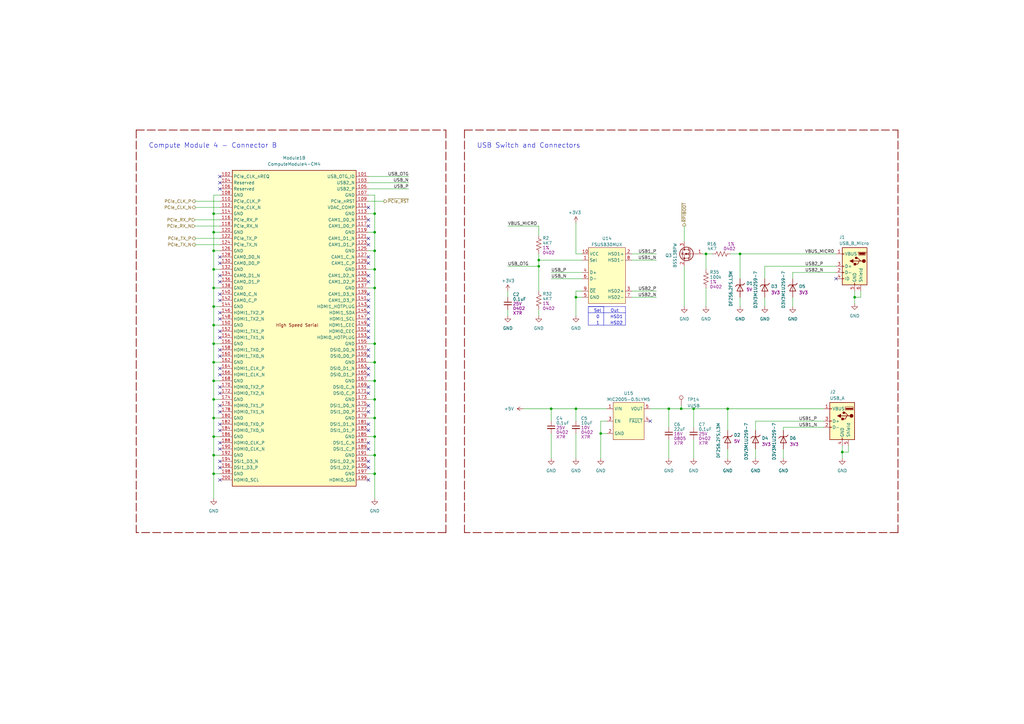
<source format=kicad_sch>
(kicad_sch (version 20211123) (generator eeschema)
  (paper "A3")
  (title_block (title "Pintry X2") (rev "${RevNum}") (company "www.cezarchirila.com") (comment 1 "2-bay NAS based on RPi CM4") (comment 9 "${DrawnBy}"))
  (lib_symbols
    (symbol "Connector:TestPoint" (pin_numbers hide) (pin_names (offset 0.762) hide)
      (property "Reference" "TP" (at 0 6.858 0))
      (property "Value" "TestPoint" (at 0 5.08 0))
      (symbol "TestPoint_1_1"
        (pin passive line (at 0 0 90) (length 2.54) (name "1") (number "1"))
      )
    )
    (symbol "Connector:USB_A" (pin_names (offset 1.016))
      (property "Reference" "J" (at -5.08 11.43 0))
      (property "Value" "USB_A" (at -5.08 8.89 0))
      (symbol "USB_A_1_1"
        (pin power_in line (at 7.62 5.08 180) (length 2.54) (name "VBUS") (number "1"))
        (pin bidirectional line (at 7.62 -2.54 180) (length 2.54) (name "D-") (number "2"))
        (pin bidirectional line (at 7.62 0 180) (length 2.54) (name "D+") (number "3"))
        (pin power_in line (at 0 -10.16 90) (length 2.54) (name "GND") (number "4"))
        (pin passive line (at -2.54 -10.16 90) (length 2.54) (name "Shield") (number "5"))
      )
    )
    (symbol "Connector:USB_B_Micro" (pin_names (offset 1.016))
      (property "Reference" "J" (at -5.08 11.43 0))
      (property "Value" "USB_B_Micro" (at -5.08 8.89 0))
      (symbol "USB_B_Micro_1_1"
        (pin power_out line (at 7.62 5.08 180) (length 2.54) (name "VBUS") (number "1"))
        (pin bidirectional line (at 7.62 -2.54 180) (length 2.54) (name "D-") (number "2"))
        (pin bidirectional line (at 7.62 0 180) (length 2.54) (name "D+") (number "3"))
        (pin passive line (at 7.62 -5.08 180) (length 2.54) (name "ID") (number "4"))
        (pin power_out line (at 0 -10.16 90) (length 2.54) (name "GND") (number "5"))
        (pin passive line (at -2.54 -10.16 90) (length 2.54) (name "Shield") (number "6"))
      )
    )
    (symbol "Device:C_Small" (pin_numbers hide) (pin_names (offset 0.254) hide)
      (property "Reference" "C" (at 0.254 1.778 0))
      (property "Value" "C_Small" (at 0.254 -2.032 0))
      (symbol "C_Small_1_1"
        (pin passive line (at 0 2.54 270) (length 2.032) (name "~") (number "1"))
        (pin passive line (at 0 -2.54 90) (length 2.032) (name "~") (number "2"))
      )
    )
    (symbol "Device:R_US" (pin_numbers hide) (pin_names (offset 0))
      (property "Reference" "R" (at 2.54 0 90))
      (property "Value" "R_US" (at -2.54 0 90))
      (symbol "R_US_1_1"
        (pin passive line (at 0 3.81 270) (length 1.27) (name "~") (number "1"))
        (pin passive line (at 0 -3.81 90) (length 1.27) (name "~") (number "2"))
      )
    )
    (symbol "PintryParts-Symbols:BSS138PW" (pin_names (offset 0) hide)
      (property "Reference" "Q?" (at 6.35 0.6351 0))
      (property "Value" "BSS138PW" (at 6.35 -1.9049 0))
      (symbol "BSS138PW_1_1"
        (pin input line (at -5.08 0 0) (length 2.54) (name "G") (number "1"))
        (pin passive line (at 2.54 -5.08 90) (length 2.54) (name "S") (number "2"))
        (pin passive line (at 2.54 5.08 270) (length 2.54) (name "D") (number "3"))
      )
    )
    (symbol "PintryParts-Symbols:ComputeModule4-CM4"
      (property "Reference" "Module" (at 113.03 -68.58 0))
      (property "Value" "ComputeModule4-CM4" (at 140.97 2.54 0))
      (property "Field4" "Hirose" (at 0 0 0))
      (property "Field5" "2x DF40C-100DS-0.4V" (at 0 -2.54 0))
      (symbol "ComputeModule4-CM4_1_0"
        (text "GPIO" (at 0 6.35 0) (effects (font (size 1.27 1.27))))
      )
      (symbol "ComputeModule4-CM4_1_1"
        (text "600mA Max" (at -8.89 -53.34 0) (effects (font (size 1.27 1.27))))
        (text "600mA Max" (at -8.89 -48.26 0) (effects (font (size 1.27 1.27))))
        (text "NB SD signals are only available" (at -1.27 -27.94 0) (effects (font (size 1.27 1.27))))
        (text "on modules without eMMC" (at -1.27 -30.48 0) (effects (font (size 1.27 1.27))))
        (pin power_in line (at 27.94 55.88 180) (length 2.54) (name "GND") (number "1"))
        (pin passive line (at -33.02 45.72 0) (length 2.54) (name "Ethernet_Pair0_N") (number "10"))
        (pin output line (at -33.02 -68.58 0) (length 2.54) (name "nEXTRST") (number "100"))
        (pin passive line (at 27.94 43.18 180) (length 2.54) (name "Ethernet_Pair2_P") (number "11"))
        (pin passive line (at -33.02 43.18 0) (length 2.54) (name "Ethernet_Pair0_P") (number "12"))
        (pin power_in line (at 27.94 40.64 180) (length 2.54) (name "GND") (number "13"))
        (pin power_in line (at -33.02 40.64 0) (length 2.54) (name "GND") (number "14"))
        (pin output line (at 27.94 38.1 180) (length 2.54) (name "Ethernet_nLED3(3.3v)") (number "15"))
        (pin input line (at -33.02 38.1 0) (length 2.54) (name "Ethernet_SYNC_IN(1.8v)") (number "16"))
        (pin output line (at 27.94 35.56 180) (length 2.54) (name "Ethernet_nLED2(3.3v)") (number "17"))
        (pin input line (at -33.02 35.56 0) (length 2.54) (name "Ethernet_SYNC_OUT(1.8v)") (number "18"))
        (pin output line (at 27.94 33.02 180) (length 2.54) (name "Ethernet_nLED1(3.3v)") (number "19"))
        (pin power_in line (at -33.02 55.88 0) (length 2.54) (name "GND") (number "2"))
        (pin passive line (at -33.02 33.02 0) (length 2.54) (name "EEPROM_nWP") (number "20"))
        (pin open_collector line (at 27.94 30.48 180) (length 2.54) (name "PI_nLED_Activity") (number "21"))
        (pin power_in line (at -33.02 30.48 0) (length 2.54) (name "GND") (number "22"))
        (pin power_in line (at 27.94 27.94 180) (length 2.54) (name "GND") (number "23"))
        (pin passive line (at -33.02 27.94 0) (length 2.54) (name "GPIO26") (number "24"))
        (pin passive line (at 27.94 25.4 180) (length 2.54) (name "GPIO21") (number "25"))
        (pin passive line (at -33.02 25.4 0) (length 2.54) (name "GPIO19") (number "26"))
        (pin passive line (at 27.94 22.86 180) (length 2.54) (name "GPIO20") (number "27"))
        (pin passive line (at -33.02 22.86 0) (length 2.54) (name "GPIO13") (number "28"))
        (pin passive line (at 27.94 20.32 180) (length 2.54) (name "GPIO16") (number "29"))
        (pin passive line (at 27.94 53.34 180) (length 2.54) (name "Ethernet_Pair3_P") (number "3"))
        (pin passive line (at -33.02 20.32 0) (length 2.54) (name "GPIO6") (number "30"))
        (pin passive line (at 27.94 17.78 180) (length 2.54) (name "GPIO12") (number "31"))
        (pin power_in line (at -33.02 17.78 0) (length 2.54) (name "GND") (number "32"))
        (pin power_in line (at 27.94 15.24 180) (length 2.54) (name "GND") (number "33"))
        (pin passive line (at -33.02 15.24 0) (length 2.54) (name "GPIO5") (number "34"))
        (pin passive line (at 27.94 12.7 180) (length 2.54) (name "ID_SC") (number "35"))
        (pin passive line (at -33.02 12.7 0) (length 2.54) (name "ID_SD") (number "36"))
        (pin passive line (at 27.94 10.16 180) (length 2.54) (name "GPIO7") (number "37"))
        (pin passive line (at -33.02 10.16 0) (length 2.54) (name "GPIO11") (number "38"))
        (pin passive line (at 27.94 7.62 180) (length 2.54) (name "GPIO8") (number "39"))
        (pin passive line (at -33.02 53.34 0) (length 2.54) (name "Ethernet_Pair1_P") (number "4"))
        (pin passive line (at -33.02 7.62 0) (length 2.54) (name "GPIO9") (number "40"))
        (pin passive line (at 27.94 5.08 180) (length 2.54) (name "GPIO25") (number "41"))
        (pin power_in line (at -33.02 5.08 0) (length 2.54) (name "GND") (number "42"))
        (pin power_in line (at 27.94 2.54 180) (length 2.54) (name "GND") (number "43"))
        (pin passive line (at -33.02 2.54 0) (length 2.54) (name "GPIO10") (number "44"))
        (pin passive line (at 27.94 0 180) (length 2.54) (name "GPIO24") (number "45"))
        (pin passive line (at -33.02 0 0) (length 2.54) (name "GPIO22") (number "46"))
        (pin passive line (at 27.94 -2.54 180) (length 2.54) (name "GPIO23") (number "47"))
        (pin passive line (at -33.02 -2.54 0) (length 2.54) (name "GPIO27") (number "48"))
        (pin passive line (at 27.94 -5.08 180) (length 2.54) (name "GPIO18") (number "49"))
        (pin passive line (at 27.94 50.8 180) (length 2.54) (name "Ethernet_Pair3_N") (number "5"))
        (pin passive line (at -33.02 -5.08 0) (length 2.54) (name "GPIO17") (number "50"))
        (pin passive line (at 27.94 -7.62 180) (length 2.54) (name "GPIO15") (number "51"))
        (pin power_in line (at -33.02 -7.62 0) (length 2.54) (name "GND") (number "52"))
        (pin power_in line (at 27.94 -10.16 180) (length 2.54) (name "GND") (number "53"))
        (pin passive line (at -33.02 -10.16 0) (length 2.54) (name "GPIO4") (number "54"))
        (pin passive line (at 27.94 -12.7 180) (length 2.54) (name "GPIO14") (number "55"))
        (pin passive line (at -33.02 -12.7 0) (length 2.54) (name "GPIO3") (number "56"))
        (pin passive line (at 27.94 -15.24 180) (length 2.54) (name "SD_CLK") (number "57"))
        (pin passive line (at -33.02 -15.24 0) (length 2.54) (name "GPIO2") (number "58"))
        (pin power_in line (at 27.94 -17.78 180) (length 2.54) (name "GND") (number "59"))
        (pin passive line (at -33.02 50.8 0) (length 2.54) (name "Ethernet_Pair1_N") (number "6"))
        (pin power_in line (at -33.02 -17.78 0) (length 2.54) (name "GND") (number "60"))
        (pin passive line (at 27.94 -20.32 180) (length 2.54) (name "SD_DAT3") (number "61"))
        (pin passive line (at -33.02 -20.32 0) (length 2.54) (name "SD_CMD") (number "62"))
        (pin passive line (at 27.94 -22.86 180) (length 2.54) (name "SD_DAT0") (number "63"))
        (pin passive line (at -33.02 -22.86 0) (length 2.54) (name "SD_DAT5") (number "64"))
        (pin power_in line (at 27.94 -25.4 180) (length 2.54) (name "GND") (number "65"))
        (pin power_in line (at -33.02 -25.4 0) (length 2.54) (name "GND") (number "66"))
        (pin passive line (at 27.94 -27.94 180) (length 2.54) (name "SD_DAT1") (number "67"))
        (pin passive line (at -33.02 -27.94 0) (length 2.54) (name "SD_DAT4") (number "68"))
        (pin passive line (at 27.94 -30.48 180) (length 2.54) (name "SD_DAT2") (number "69"))
        (pin power_in line (at 27.94 48.26 180) (length 2.54) (name "GND") (number "7"))
        (pin passive line (at -33.02 -30.48 0) (length 2.54) (name "SD_DAT7") (number "70"))
        (pin power_in line (at 27.94 -33.02 180) (length 2.54) (name "GND") (number "71"))
        (pin passive line (at -33.02 -33.02 0) (length 2.54) (name "SD_DAT6") (number "72"))
        (pin input line (at 27.94 -35.56 180) (length 2.54) (name "SD_VDD_Override") (number "73"))
        (pin power_in line (at -33.02 -35.56 0) (length 2.54) (name "GND") (number "74"))
        (pin output line (at 27.94 -38.1 180) (length 2.54) (name "SD_PWR_ON") (number "75"))
        (pin passive line (at -33.02 -38.1 0) (length 2.54) (name "Reserved") (number "76"))
        (pin power_in line (at 27.94 -40.64 180) (length 2.54) (name "+5v_(Input)") (number "77"))
        (pin power_in line (at -33.02 -40.64 0) (length 2.54) (name "GPIO_VREF(1.8v/3.3v_Input)") (number "78"))
        (pin power_in line (at 27.94 -43.18 180) (length 2.54) (name "+5v_(Input)") (number "79"))
        (pin power_in line (at -33.02 48.26 0) (length 2.54) (name "GND") (number "8"))
        (pin passive line (at -33.02 -43.18 0) (length 2.54) (name "SCL0") (number "80"))
        (pin power_in line (at 27.94 -45.72 180) (length 2.54) (name "+5v_(Input)") (number "81"))
        (pin passive line (at -33.02 -45.72 0) (length 2.54) (name "SDA0") (number "82"))
        (pin power_in line (at 27.94 -48.26 180) (length 2.54) (name "+5v_(Input)") (number "83"))
        (pin power_out line (at -33.02 -48.26 0) (length 2.54) (name "+3.3v_(Output)") (number "84"))
        (pin power_in line (at 27.94 -50.8 180) (length 2.54) (name "+5v_(Input)") (number "85"))
        (pin power_out line (at -33.02 -50.8 0) (length 2.54) (name "+3.3v_(Output)") (number "86"))
        (pin power_in line (at 27.94 -53.34 180) (length 2.54) (name "+5v_(Input)") (number "87"))
        (pin power_out line (at -33.02 -53.34 0) (length 2.54) (name "+1.8v_(Output)") (number "88"))
        (pin power_in line (at 27.94 -55.88 180) (length 2.54) (name "WiFi_nDisable") (number "89"))
        (pin passive line (at 27.94 45.72 180) (length 2.54) (name "Ethernet_Pair2_N") (number "9"))
        (pin power_out line (at -33.02 -55.88 0) (length 2.54) (name "+1.8v_(Output)") (number "90"))
        (pin power_in line (at 27.94 -58.42 180) (length 2.54) (name "BT_nDisable") (number "91"))
        (pin passive line (at -33.02 -58.42 0) (length 2.54) (name "RUN_PG") (number "92"))
        (pin input line (at 27.94 -60.96 180) (length 2.54) (name "nRPIBOOT") (number "93"))
        (pin passive line (at -33.02 -60.96 0) (length 2.54) (name "AnalogIP1") (number "94"))
        (pin output line (at 27.94 -63.5 180) (length 2.54) (name "nPI_LED_PWR") (number "95"))
        (pin passive line (at -33.02 -63.5 0) (length 2.54) (name "AnalogIP0") (number "96"))
        (pin passive line (at 27.94 -66.04 180) (length 2.54) (name "Camera_GPIO") (number "97"))
        (pin power_in line (at -33.02 -66.04 0) (length 2.54) (name "GND") (number "98"))
        (pin input line (at 27.94 -68.58 180) (length 2.54) (name "Global_EN") (number "99"))
      )
      (symbol "ComputeModule4-CM4_2_1"
        (text "High Speed Serial" (at 140.97 0 0) (effects (font (size 1.27 1.27))))
        (pin input line (at 170.18 60.96 180) (length 5.08) (name "USB_OTG_ID") (number "101"))
        (pin input line (at 109.22 60.96 0) (length 5.08) (name "PCIe_CLK_nREQ") (number "102"))
        (pin passive line (at 170.18 58.42 180) (length 5.08) (name "USB2_N") (number "103"))
        (pin passive line (at 109.22 58.42 0) (length 5.08) (name "Reserved") (number "104"))
        (pin passive line (at 170.18 55.88 180) (length 5.08) (name "USB2_P") (number "105"))
        (pin passive line (at 109.22 55.88 0) (length 5.08) (name "Reserved") (number "106"))
        (pin power_in line (at 170.18 53.34 180) (length 5.08) (name "GND") (number "107"))
        (pin power_in line (at 109.22 53.34 0) (length 5.08) (name "GND") (number "108"))
        (pin bidirectional line (at 170.18 50.8 180) (length 5.08) (name "PCIe_nRST") (number "109"))
        (pin output line (at 109.22 50.8 0) (length 5.08) (name "PCIe_CLK_P") (number "110"))
        (pin passive line (at 170.18 48.26 180) (length 5.08) (name "VDAC_COMP") (number "111"))
        (pin output line (at 109.22 48.26 0) (length 5.08) (name "PCIe_CLK_N") (number "112"))
        (pin power_in line (at 170.18 45.72 180) (length 5.08) (name "GND") (number "113"))
        (pin power_in line (at 109.22 45.72 0) (length 5.08) (name "GND") (number "114"))
        (pin input line (at 170.18 43.18 180) (length 5.08) (name "CAM1_D0_N") (number "115"))
        (pin input line (at 109.22 43.18 0) (length 5.08) (name "PCIe_RX_P") (number "116"))
        (pin input line (at 170.18 40.64 180) (length 5.08) (name "CAM1_D0_P") (number "117"))
        (pin input line (at 109.22 40.64 0) (length 5.08) (name "PCIe_RX_N") (number "118"))
        (pin power_in line (at 170.18 38.1 180) (length 5.08) (name "GND") (number "119"))
        (pin power_in line (at 109.22 38.1 0) (length 5.08) (name "GND") (number "120"))
        (pin input line (at 170.18 35.56 180) (length 5.08) (name "CAM1_D1_N") (number "121"))
        (pin output line (at 109.22 35.56 0) (length 5.08) (name "PCIe_TX_P") (number "122"))
        (pin input line (at 170.18 33.02 180) (length 5.08) (name "CAM1_D1_P") (number "123"))
        (pin output line (at 109.22 33.02 0) (length 5.08) (name "PCIe_TX_N") (number "124"))
        (pin power_in line (at 170.18 30.48 180) (length 5.08) (name "GND") (number "125"))
        (pin power_in line (at 109.22 30.48 0) (length 5.08) (name "GND") (number "126"))
        (pin input line (at 170.18 27.94 180) (length 5.08) (name "CAM1_C_N") (number "127"))
        (pin input line (at 109.22 27.94 0) (length 5.08) (name "CAM0_D0_N") (number "128"))
        (pin input line (at 170.18 25.4 180) (length 5.08) (name "CAM1_C_P") (number "129"))
        (pin input line (at 109.22 25.4 0) (length 5.08) (name "CAM0_D0_P") (number "130"))
        (pin power_in line (at 170.18 22.86 180) (length 5.08) (name "GND") (number "131"))
        (pin power_in line (at 109.22 22.86 0) (length 5.08) (name "GND") (number "132"))
        (pin input line (at 170.18 20.32 180) (length 5.08) (name "CAM1_D2_N") (number "133"))
        (pin input line (at 109.22 20.32 0) (length 5.08) (name "CAM0_D1_N") (number "134"))
        (pin input line (at 170.18 17.78 180) (length 5.08) (name "CAM1_D2_P") (number "135"))
        (pin input line (at 109.22 17.78 0) (length 5.08) (name "CAM0_D1_P") (number "136"))
        (pin power_in line (at 170.18 15.24 180) (length 5.08) (name "GND") (number "137"))
        (pin power_in line (at 109.22 15.24 0) (length 5.08) (name "GND") (number "138"))
        (pin input line (at 170.18 12.7 180) (length 5.08) (name "CAM1_D3_N") (number "139"))
        (pin input line (at 109.22 12.7 0) (length 5.08) (name "CAM0_C_N") (number "140"))
        (pin input line (at 170.18 10.16 180) (length 5.08) (name "CAM1_D3_P") (number "141"))
        (pin input line (at 109.22 10.16 0) (length 5.08) (name "CAM0_C_P") (number "142"))
        (pin input line (at 170.18 7.62 180) (length 5.08) (name "HDMI1_HOTPLUG") (number "143"))
        (pin power_in line (at 109.22 7.62 0) (length 5.08) (name "GND") (number "144"))
        (pin bidirectional line (at 170.18 5.08 180) (length 5.08) (name "HDMI1_SDA") (number "145"))
        (pin output line (at 109.22 5.08 0) (length 5.08) (name "HDMI1_TX2_P") (number "146"))
        (pin open_collector line (at 170.18 2.54 180) (length 5.08) (name "HDMI1_SCL") (number "147"))
        (pin output line (at 109.22 2.54 0) (length 5.08) (name "HDMI1_TX2_N") (number "148"))
        (pin open_collector line (at 170.18 0 180) (length 5.08) (name "HDMI1_CEC") (number "149"))
        (pin power_in line (at 109.22 0 0) (length 5.08) (name "GND") (number "150"))
        (pin open_collector line (at 170.18 -2.54 180) (length 5.08) (name "HDMI0_CEC") (number "151"))
        (pin output line (at 109.22 -2.54 0) (length 5.08) (name "HDMI1_TX1_P") (number "152"))
        (pin input line (at 170.18 -5.08 180) (length 5.08) (name "HDMI0_HOTPLUG") (number "153"))
        (pin output line (at 109.22 -5.08 0) (length 5.08) (name "HDMI1_TX1_N") (number "154"))
        (pin power_in line (at 170.18 -7.62 180) (length 5.08) (name "GND") (number "155"))
        (pin power_in line (at 109.22 -7.62 0) (length 5.08) (name "GND") (number "156"))
        (pin output line (at 170.18 -10.16 180) (length 5.08) (name "DSI0_D0_N") (number "157"))
        (pin output line (at 109.22 -10.16 0) (length 5.08) (name "HDMI1_TX0_P") (number "158"))
        (pin output line (at 170.18 -12.7 180) (length 5.08) (name "DSI0_D0_P") (number "159"))
        (pin output line (at 109.22 -12.7 0) (length 5.08) (name "HDMI1_TX0_N") (number "160"))
        (pin power_in line (at 170.18 -15.24 180) (length 5.08) (name "GND") (number "161"))
        (pin power_in line (at 109.22 -15.24 0) (length 5.08) (name "GND") (number "162"))
        (pin output line (at 170.18 -17.78 180) (length 5.08) (name "DSI0_D1_N") (number "163"))
        (pin output line (at 109.22 -17.78 0) (length 5.08) (name "HDMI1_CLK_P") (number "164"))
        (pin output line (at 170.18 -20.32 180) (length 5.08) (name "DSI0_D1_P") (number "165"))
        (pin output line (at 109.22 -20.32 0) (length 5.08) (name "HDMI1_CLK_N") (number "166"))
        (pin power_in line (at 170.18 -22.86 180) (length 5.08) (name "GND") (number "167"))
        (pin power_in line (at 109.22 -22.86 0) (length 5.08) (name "GND") (number "168"))
        (pin output line (at 170.18 -25.4 180) (length 5.08) (name "DSI0_C_N") (number "169"))
        (pin output line (at 109.22 -25.4 0) (length 5.08) (name "HDMI0_TX2_P") (number "170"))
        (pin output line (at 170.18 -27.94 180) (length 5.08) (name "DSI0_C_P") (number "171"))
        (pin output line (at 109.22 -27.94 0) (length 5.08) (name "HDMI0_TX2_N") (number "172"))
        (pin power_in line (at 170.18 -30.48 180) (length 5.08) (name "GND") (number "173"))
        (pin power_in line (at 109.22 -30.48 0) (length 5.08) (name "GND") (number "174"))
        (pin output line (at 170.18 -33.02 180) (length 5.08) (name "DSI1_D0_N") (number "175"))
        (pin output line (at 109.22 -33.02 0) (length 5.08) (name "HDMI0_TX1_P") (number "176"))
        (pin output line (at 170.18 -35.56 180) (length 5.08) (name "DSI1_D0_P") (number "177"))
        (pin output line (at 109.22 -35.56 0) (length 5.08) (name "HDMI0_TX1_N") (number "178"))
        (pin power_in line (at 170.18 -38.1 180) (length 5.08) (name "GND") (number "179"))
        (pin power_in line (at 109.22 -38.1 0) (length 5.08) (name "GND") (number "180"))
        (pin output line (at 170.18 -40.64 180) (length 5.08) (name "DSI1_D1_N") (number "181"))
        (pin output line (at 109.22 -40.64 0) (length 5.08) (name "HDMI0_TX0_P") (number "182"))
        (pin output line (at 170.18 -43.18 180) (length 5.08) (name "DSI1_D1_P") (number "183"))
        (pin output line (at 109.22 -43.18 0) (length 5.08) (name "HDMI0_TX0_N") (number "184"))
        (pin power_in line (at 170.18 -45.72 180) (length 5.08) (name "GND") (number "185"))
        (pin power_in line (at 109.22 -45.72 0) (length 5.08) (name "GND") (number "186"))
        (pin output line (at 170.18 -48.26 180) (length 5.08) (name "DSI1_C_N") (number "187"))
        (pin output line (at 109.22 -48.26 0) (length 5.08) (name "HDMI0_CLK_P") (number "188"))
        (pin output line (at 170.18 -50.8 180) (length 5.08) (name "DSI1_C_P") (number "189"))
        (pin output line (at 109.22 -50.8 0) (length 5.08) (name "HDMI0_CLK_N") (number "190"))
        (pin power_in line (at 170.18 -53.34 180) (length 5.08) (name "GND") (number "191"))
        (pin power_in line (at 109.22 -53.34 0) (length 5.08) (name "GND") (number "192"))
        (pin output line (at 170.18 -55.88 180) (length 5.08) (name "DSI1_D2_N") (number "193"))
        (pin output line (at 109.22 -55.88 0) (length 5.08) (name "DSI1_D3_N") (number "194"))
        (pin output line (at 170.18 -58.42 180) (length 5.08) (name "DSI1_D2_P") (number "195"))
        (pin output line (at 109.22 -58.42 0) (length 5.08) (name "DSI1_D3_P") (number "196"))
        (pin power_in line (at 170.18 -60.96 180) (length 5.08) (name "GND") (number "197"))
        (pin power_in line (at 109.22 -60.96 0) (length 5.08) (name "GND") (number "198"))
        (pin bidirectional line (at 170.18 -63.5 180) (length 5.08) (name "HDMI0_SDA") (number "199"))
        (pin open_collector line (at 109.22 -63.5 0) (length 5.08) (name "HDMI0_SCL") (number "200"))
      )
    )
    (symbol "PintryParts-Symbols:D3V3M1U259-7" (pin_numbers hide) (pin_names (offset 1.016) hide)
      (property "Reference" "D?" (at 3.81 0.6351 90))
      (property "Value" "D3V3M1U259-7" (at 3.81 -3.1749 90))
      (property "VRWM" "3V3" (at 3.81 -1.27 90))
      (symbol "D3V3M1U259-7_1_1"
        (pin passive line (at -3.81 0 0) (length 2.54) (name "K") (number "1"))
        (pin passive line (at 3.81 0 180) (length 2.54) (name "A") (number "2"))
      )
    )
    (symbol "PintryParts-Symbols:DF2S6.2FS,L3M" (pin_numbers hide) (pin_names (offset 1.016) hide)
      (property "Reference" "D?" (at 3.81 0.6351 90))
      (property "Value" "DF2S6.2FS,L3M" (at 3.81 -3.1749 90))
      (property "VRWM" "5V" (at 3.81 -1.27 90))
      (symbol "DF2S6.2FS,L3M_1_1"
        (pin passive line (at -3.81 0 0) (length 2.54) (name "K") (number "1"))
        (pin passive line (at 3.81 0 180) (length 2.54) (name "A") (number "2"))
      )
    )
    (symbol "PintryParts-Symbols:FSUSB30MUX"
      (property "Reference" "U" (at 10.16 6.35 0))
      (property "Value" "FSUSB30MUX" (at 10.16 3.81 0))
      (symbol "FSUSB30MUX_0_0"
        (pin input line (at 0 -2.54 0) (length 2.54) (name "Sel") (number "1"))
        (pin power_in line (at 0 0 0) (length 2.54) (name "VCC") (number "10"))
        (pin output line (at 20.32 0 180) (length 2.54) (name "HSD1+") (number "2"))
        (pin output line (at 20.32 -15.24 180) (length 2.54) (name "HSD2+") (number "3"))
        (pin input line (at 0 -7.62 0) (length 2.54) (name "D+") (number "4"))
        (pin power_in line (at 0 -17.78 0) (length 2.54) (name "GND") (number "5"))
        (pin input line (at 0 -10.16 0) (length 2.54) (name "D-") (number "6"))
        (pin output line (at 20.32 -17.78 180) (length 2.54) (name "HSD2-") (number "7"))
        (pin output line (at 20.32 -2.54 180) (length 2.54) (name "HSD1-") (number "8"))
        (pin input line (at 0 -15.24 0) (length 2.54) (name "~{OE}") (number "9"))
      )
    )
    (symbol "PintryParts-Symbols:MIC2005-0.5LYM5"
      (property "Reference" "U" (at 8.89 6.35 0))
      (property "Value" "MIC2005-0.5LYM5" (at 8.89 3.81 0))
      (symbol "MIC2005-0.5LYM5_0_0"
        (pin power_in line (at 0 0 0) (length 2.54) (name "VIN") (number "1"))
        (pin power_in line (at 0 -10.16 0) (length 2.54) (name "GND") (number "2"))
        (pin input line (at 0 -5.08 0) (length 2.54) (name "EN") (number "3"))
        (pin open_collector line (at 17.78 -5.08 180) (length 2.54) (name "~{FAULT}") (number "4"))
        (pin power_out line (at 17.78 0 180) (length 2.54) (name "VOUT") (number "5"))
      )
    )
    (symbol "power:+3.3V" (power) (pin_names (offset 0))
      (property "Value" "+3.3V" (at 0 3.556 0))
      (symbol "+3.3V_1_1"
        (pin power_in line (at 0 0 90) (length 0) hide (name "+3V3") (number "1"))
      )
    )
    (symbol "power:+5V" (power) (pin_names (offset 0))
      (property "Value" "+5V" (at 0 3.556 0))
      (symbol "+5V_1_1"
        (pin power_in line (at 0 0 90) (length 0) hide (name "+5V") (number "1"))
      )
    )
    (symbol "power:GND" (power) (pin_names (offset 0))
      (property "Value" "GND" (at 0 -3.81 0))
      (symbol "GND_1_1"
        (pin power_in line (at 0 0 270) (length 0) hide (name "GND") (number "1"))
      )
    )
  )
  (junction (at 153.67 140.97) (diameter 0.9144))
  (junction (at 153.67 156.21) (diameter 0.9144))
  (junction (at 153.67 110.49) (diameter 0.9144))
  (junction (at 153.67 163.83) (diameter 0.9144))
  (junction (at 226.06 167.64) (diameter 0.9144))
  (junction (at 87.63 95.25) (diameter 0.9144))
  (junction (at 236.22 167.64) (diameter 0.9144))
  (junction (at 220.98 106.68) (diameter 0.9144))
  (junction (at 87.63 140.97) (diameter 0.9144))
  (junction (at 87.63 171.45) (diameter 0.9144))
  (junction (at 87.63 133.35) (diameter 0.9144))
  (junction (at 153.67 194.31) (diameter 0.9144))
  (junction (at 303.53 104.14))
  (junction (at 87.63 110.49) (diameter 0.9144))
  (junction (at 153.67 148.59) (diameter 0.9144))
  (junction (at 153.67 87.63) (diameter 0.9144))
  (junction (at 298.45 167.64) (diameter 0.9144))
  (junction (at 87.63 194.31) (diameter 0.9144))
  (junction (at 87.63 148.59) (diameter 0.9144))
  (junction (at 87.63 125.73) (diameter 0.9144))
  (junction (at 153.67 95.25) (diameter 0.9144))
  (junction (at 87.63 163.83) (diameter 0.9144))
  (junction (at 289.56 104.14))
  (junction (at 246.38 177.8))
  (junction (at 279.4 167.64) (diameter 0.9144))
  (junction (at 87.63 156.21) (diameter 0.9144))
  (junction (at 274.32 167.64) (diameter 0.9144))
  (junction (at 220.98 109.22) (diameter 0.9144))
  (junction (at 284.48 167.64) (diameter 0.9144))
  (junction (at 153.67 171.45) (diameter 0.9144))
  (junction (at 87.63 118.11) (diameter 0.9144))
  (junction (at 87.63 186.69) (diameter 0.9144))
  (junction (at 87.63 102.87) (diameter 0.9144))
  (junction (at 153.67 102.87) (diameter 0.9144))
  (junction (at 153.67 186.69) (diameter 0.9144))
  (junction (at 345.44 185.42) (diameter 0.9144))
  (junction (at 87.63 87.63) (diameter 0.9144))
  (junction (at 153.67 118.11) (diameter 0.9144))
  (junction (at 236.22 121.92) (diameter 0.9144))
  (junction (at 87.63 179.07) (diameter 0.9144))
  (junction (at 350.52 121.92) (diameter 0.9144))
  (junction (at 153.67 179.07) (diameter 0.9144))
  (no_connect (at 90.17 113.03))
  (no_connect (at 151.13 120.65))
  (no_connect (at 90.17 107.95))
  (no_connect (at 90.17 151.13))
  (no_connect (at 90.17 176.53))
  (no_connect (at 151.13 92.71))
  (no_connect (at 151.13 153.67))
  (no_connect (at 90.17 77.47))
  (no_connect (at 90.17 74.93))
  (no_connect (at 90.17 181.61))
  (no_connect (at 90.17 115.57))
  (no_connect (at 151.13 128.27))
  (no_connect (at 342.9 114.3))
  (no_connect (at 151.13 168.91))
  (no_connect (at 90.17 158.75))
  (no_connect (at 151.13 100.33))
  (no_connect (at 90.17 166.37))
  (no_connect (at 151.13 97.79))
  (no_connect (at 90.17 173.99))
  (no_connect (at 151.13 123.19))
  (no_connect (at 90.17 130.81))
  (no_connect (at 151.13 181.61))
  (no_connect (at 90.17 123.19))
  (no_connect (at 90.17 138.43))
  (no_connect (at 151.13 176.53))
  (no_connect (at 151.13 161.29))
  (no_connect (at 90.17 184.15))
  (no_connect (at 151.13 151.13))
  (no_connect (at 151.13 189.23))
  (no_connect (at 90.17 191.77))
  (no_connect (at 151.13 115.57))
  (no_connect (at 90.17 72.39))
  (no_connect (at 151.13 191.77))
  (no_connect (at 90.17 105.41))
  (no_connect (at 151.13 143.51))
  (no_connect (at 151.13 105.41))
  (no_connect (at 151.13 113.03))
  (no_connect (at 151.13 184.15))
  (no_connect (at 151.13 135.89))
  (no_connect (at 151.13 158.75))
  (no_connect (at 90.17 153.67))
  (no_connect (at 90.17 143.51))
  (no_connect (at 151.13 133.35))
  (no_connect (at 90.17 135.89))
  (no_connect (at 90.17 168.91))
  (no_connect (at 151.13 85.09))
  (no_connect (at 90.17 128.27))
  (no_connect (at 151.13 90.17))
  (no_connect (at 151.13 107.95))
  (no_connect (at 151.13 138.43))
  (no_connect (at 151.13 166.37))
  (no_connect (at 90.17 161.29))
  (no_connect (at 151.13 196.85))
  (no_connect (at 151.13 146.05))
  (no_connect (at 151.13 130.81))
  (no_connect (at 151.13 173.99))
  (no_connect (at 90.17 146.05))
  (no_connect (at 90.17 120.65))
  (no_connect (at 90.17 189.23))
  (no_connect (at 90.17 196.85))
  (no_connect (at 266.7 172.72))
  (no_connect (at 151.13 125.73))
  (wire (pts (xy 153.67 171.45) (xy 153.67 179.07)))
  (wire (pts (xy 153.67 156.21) (xy 153.67 163.83)))
  (wire (pts (xy 153.67 118.11) (xy 153.67 140.97)))
  (wire (pts (xy 350.52 121.92) (xy 350.52 124.46)))
  (wire (pts (xy 87.63 140.97) (xy 87.63 148.59)))
  (wire (pts (xy 87.63 95.25) (xy 87.63 102.87)))
  (wire (pts (xy 313.69 114.3) (xy 313.69 109.22)))
  (wire (pts (xy 151.13 194.31) (xy 153.67 194.31)))
  (polyline (pts (xy 256.54 133.35) (xy 241.3 133.35)) (stroke (width 0.1524) (type solid)))
  (wire (pts (xy 309.88 176.53) (xy 309.88 172.72)))
  (wire (pts (xy 298.45 167.64) (xy 337.82 167.64)))
  (wire (pts (xy 220.98 109.22) (xy 220.98 119.38)))
  (wire (pts (xy 87.63 163.83) (xy 90.17 163.83)))
  (wire (pts (xy 226.06 177.8) (xy 226.06 187.96)))
  (wire (pts (xy 153.67 179.07) (xy 153.67 186.69)))
  (wire (pts (xy 321.31 176.53) (xy 321.31 175.26)))
  (wire (pts (xy 303.53 121.92) (xy 303.53 125.73)))
  (wire (pts (xy 153.67 163.83) (xy 153.67 171.45)))
  (wire (pts (xy 87.63 80.01) (xy 87.63 87.63)))
  (wire (pts (xy 80.01 90.17) (xy 90.17 90.17)))
  (polyline (pts (xy 368.3 218.44) (xy 190.5 218.44)) (stroke (width 0.3) (type dash) (color 132 0 0 1)))
  (wire (pts (xy 151.13 74.93) (xy 167.64 74.93)))
  (wire (pts (xy 220.98 127) (xy 220.98 129.54)))
  (wire (pts (xy 80.01 85.09) (xy 90.17 85.09)))
  (wire (pts (xy 246.38 177.8) (xy 246.38 187.96)))
  (wire (pts (xy 87.63 118.11) (xy 90.17 118.11)))
  (wire (pts (xy 87.63 171.45) (xy 90.17 171.45)))
  (wire (pts (xy 289.56 104.14) (xy 288.29 104.14)))
  (wire (pts (xy 151.13 148.59) (xy 153.67 148.59)))
  (wire (pts (xy 87.63 156.21) (xy 90.17 156.21)))
  (wire (pts (xy 151.13 118.11) (xy 153.67 118.11)))
  (wire (pts (xy 289.56 104.14) (xy 289.56 110.49)))
  (wire (pts (xy 220.98 92.71) (xy 208.28 92.71)))
  (wire (pts (xy 87.63 148.59) (xy 87.63 156.21)))
  (wire (pts (xy 87.63 148.59) (xy 90.17 148.59)))
  (wire (pts (xy 151.13 95.25) (xy 153.67 95.25)))
  (wire (pts (xy 208.28 119.38) (xy 208.28 121.92)))
  (wire (pts (xy 246.38 172.72) (xy 246.38 177.8)))
  (wire (pts (xy 313.69 121.92) (xy 313.69 125.73)))
  (wire (pts (xy 220.98 106.68) (xy 220.98 109.22)))
  (wire (pts (xy 87.63 156.21) (xy 87.63 163.83)))
  (wire (pts (xy 80.01 92.71) (xy 90.17 92.71)))
  (wire (pts (xy 153.67 110.49) (xy 153.67 118.11)))
  (polyline (pts (xy 256.54 125.73) (xy 256.54 133.35)) (stroke (width 0.1524) (type solid)))
  (wire (pts (xy 303.53 104.14) (xy 342.9 104.14)))
  (wire (pts (xy 151.13 82.55) (xy 157.48 82.55)))
  (polyline (pts (xy 241.3 125.73) (xy 247.65 125.73)) (stroke (width 0.1524) (type solid)))
  (wire (pts (xy 214.63 167.64) (xy 226.06 167.64)))
  (wire (pts (xy 236.22 167.64) (xy 226.06 167.64)))
  (wire (pts (xy 298.45 167.64) (xy 298.45 176.53)))
  (wire (pts (xy 87.63 140.97) (xy 90.17 140.97)))
  (polyline (pts (xy 55.88 53.34) (xy 55.88 218.44)) (stroke (width 0.3) (type dash) (color 132 0 0 1)))
  (wire (pts (xy 325.12 121.92) (xy 325.12 125.73)))
  (wire (pts (xy 279.4 167.64) (xy 284.48 167.64)))
  (wire (pts (xy 87.63 133.35) (xy 90.17 133.35)))
  (wire (pts (xy 309.88 184.15) (xy 309.88 187.96)))
  (wire (pts (xy 236.22 91.44) (xy 236.22 104.14)))
  (wire (pts (xy 238.76 119.38) (xy 236.22 119.38)))
  (wire (pts (xy 153.67 194.31) (xy 153.67 204.47)))
  (wire (pts (xy 80.01 97.79) (xy 90.17 97.79)))
  (wire (pts (xy 87.63 110.49) (xy 90.17 110.49)))
  (wire (pts (xy 274.32 167.64) (xy 279.4 167.64)))
  (wire (pts (xy 153.67 140.97) (xy 153.67 148.59)))
  (wire (pts (xy 151.13 77.47) (xy 167.64 77.47)))
  (wire (pts (xy 299.72 104.14) (xy 303.53 104.14)))
  (wire (pts (xy 87.63 102.87) (xy 90.17 102.87)))
  (wire (pts (xy 153.67 148.59) (xy 153.67 156.21)))
  (wire (pts (xy 87.63 163.83) (xy 87.63 171.45)))
  (wire (pts (xy 87.63 87.63) (xy 87.63 95.25)))
  (wire (pts (xy 284.48 167.64) (xy 284.48 175.26)))
  (wire (pts (xy 325.12 111.76) (xy 342.9 111.76)))
  (wire (pts (xy 298.45 184.15) (xy 298.45 187.96)))
  (wire (pts (xy 151.13 80.01) (xy 153.67 80.01)))
  (wire (pts (xy 274.32 167.64) (xy 274.32 175.26)))
  (wire (pts (xy 151.13 171.45) (xy 153.67 171.45)))
  (wire (pts (xy 238.76 104.14) (xy 236.22 104.14)))
  (wire (pts (xy 280.67 92.71) (xy 280.67 99.06)))
  (wire (pts (xy 151.13 102.87) (xy 153.67 102.87)))
  (wire (pts (xy 266.7 167.64) (xy 274.32 167.64)))
  (polyline (pts (xy 247.65 125.73) (xy 247.65 133.35)) (stroke (width 0.1524) (type solid)))
  (wire (pts (xy 87.63 194.31) (xy 87.63 204.47)))
  (wire (pts (xy 151.13 163.83) (xy 153.67 163.83)))
  (wire (pts (xy 259.08 104.14) (xy 269.24 104.14)))
  (wire (pts (xy 87.63 179.07) (xy 87.63 186.69)))
  (wire (pts (xy 350.52 119.38) (xy 350.52 121.92)))
  (wire (pts (xy 353.06 119.38) (xy 353.06 121.92)))
  (wire (pts (xy 238.76 121.92) (xy 236.22 121.92)))
  (wire (pts (xy 87.63 186.69) (xy 90.17 186.69)))
  (wire (pts (xy 208.28 109.22) (xy 220.98 109.22)))
  (wire (pts (xy 87.63 133.35) (xy 87.63 140.97)))
  (polyline (pts (xy 55.88 53.34) (xy 182.88 53.34)) (stroke (width 0.3) (type dash) (color 132 0 0 1)))
  (wire (pts (xy 151.13 156.21) (xy 153.67 156.21)))
  (wire (pts (xy 259.08 106.68) (xy 269.24 106.68)))
  (wire (pts (xy 347.98 185.42) (xy 345.44 185.42)))
  (wire (pts (xy 87.63 171.45) (xy 87.63 179.07)))
  (wire (pts (xy 220.98 106.68) (xy 238.76 106.68)))
  (wire (pts (xy 87.63 125.73) (xy 90.17 125.73)))
  (wire (pts (xy 153.67 95.25) (xy 153.67 102.87)))
  (wire (pts (xy 226.06 111.76) (xy 238.76 111.76)))
  (polyline (pts (xy 182.88 218.44) (xy 55.88 218.44)) (stroke (width 0.3) (type dash) (color 132 0 0 1)))
  (wire (pts (xy 87.63 179.07) (xy 90.17 179.07)))
  (wire (pts (xy 87.63 118.11) (xy 87.63 125.73)))
  (wire (pts (xy 236.22 119.38) (xy 236.22 121.92)))
  (wire (pts (xy 279.4 166.37) (xy 279.4 167.64)))
  (wire (pts (xy 87.63 102.87) (xy 87.63 110.49)))
  (wire (pts (xy 284.48 167.64) (xy 298.45 167.64)))
  (wire (pts (xy 248.92 177.8) (xy 246.38 177.8)))
  (wire (pts (xy 274.32 180.34) (xy 274.32 187.96)))
  (polyline (pts (xy 190.5 53.34) (xy 368.3 53.34)) (stroke (width 0.3) (type dash) (color 132 0 0 1)))
  (wire (pts (xy 345.44 182.88) (xy 345.44 185.42)))
  (wire (pts (xy 87.63 194.31) (xy 90.17 194.31)))
  (wire (pts (xy 87.63 125.73) (xy 87.63 133.35)))
  (wire (pts (xy 151.13 110.49) (xy 153.67 110.49)))
  (wire (pts (xy 321.31 184.15) (xy 321.31 187.96)))
  (wire (pts (xy 259.08 119.38) (xy 269.24 119.38)))
  (wire (pts (xy 289.56 118.11) (xy 289.56 125.73)))
  (wire (pts (xy 87.63 95.25) (xy 90.17 95.25)))
  (wire (pts (xy 345.44 185.42) (xy 345.44 187.96)))
  (polyline (pts (xy 182.88 53.34) (xy 182.88 218.44)) (stroke (width 0.3) (type dash) (color 132 0 0 1)))
  (wire (pts (xy 87.63 110.49) (xy 87.63 118.11)))
  (wire (pts (xy 321.31 175.26) (xy 337.82 175.26)))
  (wire (pts (xy 151.13 87.63) (xy 153.67 87.63)))
  (wire (pts (xy 153.67 186.69) (xy 153.67 194.31)))
  (wire (pts (xy 151.13 140.97) (xy 153.67 140.97)))
  (polyline (pts (xy 241.3 128.27) (xy 256.54 128.27)) (stroke (width 0.1524) (type solid)))
  (wire (pts (xy 226.06 167.64) (xy 226.06 172.72)))
  (wire (pts (xy 284.48 180.34) (xy 284.48 187.96)))
  (wire (pts (xy 226.06 114.3) (xy 238.76 114.3)))
  (wire (pts (xy 153.67 102.87) (xy 153.67 110.49)))
  (wire (pts (xy 87.63 87.63) (xy 90.17 87.63)))
  (wire (pts (xy 80.01 100.33) (xy 90.17 100.33)))
  (wire (pts (xy 236.22 167.64) (xy 236.22 172.72)))
  (wire (pts (xy 220.98 92.71) (xy 220.98 96.52)))
  (wire (pts (xy 313.69 109.22) (xy 342.9 109.22)))
  (wire (pts (xy 151.13 186.69) (xy 153.67 186.69)))
  (wire (pts (xy 151.13 179.07) (xy 153.67 179.07)))
  (wire (pts (xy 289.56 104.14) (xy 292.1 104.14)))
  (polyline (pts (xy 368.3 53.34) (xy 368.3 218.44)) (stroke (width 0.3) (type dash) (color 132 0 0 1)))
  (wire (pts (xy 248.92 172.72) (xy 246.38 172.72)))
  (wire (pts (xy 325.12 114.3) (xy 325.12 111.76)))
  (wire (pts (xy 236.22 167.64) (xy 248.92 167.64)))
  (wire (pts (xy 208.28 127) (xy 208.28 129.54)))
  (wire (pts (xy 236.22 177.8) (xy 236.22 187.96)))
  (polyline (pts (xy 190.5 53.34) (xy 190.5 218.44)) (stroke (width 0.3) (type dash) (color 132 0 0 1)))
  (wire (pts (xy 236.22 121.92) (xy 236.22 129.54)))
  (polyline (pts (xy 241.3 133.35) (xy 241.3 125.73)) (stroke (width 0.1524) (type solid)))
  (wire (pts (xy 153.67 80.01) (xy 153.67 87.63)))
  (wire (pts (xy 259.08 121.92) (xy 269.24 121.92)))
  (wire (pts (xy 90.17 80.01) (xy 87.63 80.01)))
  (wire (pts (xy 353.06 121.92) (xy 350.52 121.92)))
  (wire (pts (xy 303.53 104.14) (xy 303.53 114.3)))
  (wire (pts (xy 280.67 109.22) (xy 280.67 125.73)))
  (wire (pts (xy 153.67 87.63) (xy 153.67 95.25)))
  (wire (pts (xy 347.98 182.88) (xy 347.98 185.42)))
  (wire (pts (xy 151.13 72.39) (xy 167.64 72.39)))
  (wire (pts (xy 309.88 172.72) (xy 337.82 172.72)))
  (wire (pts (xy 80.01 82.55) (xy 90.17 82.55)))
  (polyline (pts (xy 241.3 125.73) (xy 256.54 125.73)) (stroke (width 0.1524) (type solid)))
  (wire (pts (xy 87.63 186.69) (xy 87.63 194.31)))
  (wire (pts (xy 220.98 104.14) (xy 220.98 106.68)))
  (text "Compute Module 4 - Connector B" (at 60.96 60.96 0) (effects (font (size 2 2)) (justify left bottom)))
  (text " Sel    Out " (at 242.57 128.27 0) (effects (font (size 1.27 1.27)) (justify left bottom)))
  (text "USB Switch and Connectors\n" (at 195.58 60.96 0) (effects (font (size 2 2)) (justify left bottom)))
  (text "  1	   HSD2\n" (at 242.57 133.35 0) (effects (font (size 1.27 1.27)) (justify left bottom)))
  (text "  0	   HSD1" (at 242.57 130.81 0) (effects (font (size 1.27 1.27)) (justify left bottom)))
  (label "USB2_N" (at 269.24 121.92 180))
  (label "USB_N" (at 167.64 74.93 180))
  (label "USB_OTG" (at 167.64 72.39 180))
  (label "USB2_N" (at 330.2 111.76 0))
  (label "USB_P" (at 167.64 77.47 180))
  (label "USB1_N" (at 327.66 175.26 0))
  (label "USB2_P" (at 269.24 119.38 180))
  (label "USB_N" (at 226.06 114.3 0))
  (label "USB_P" (at 226.06 111.76 0))
  (label "USB1_P" (at 269.24 104.14 180))
  (label "VBUS_MICRO" (at 330.2 104.14 0))
  (label "USB1_N" (at 269.24 106.68 180))
  (label "USB2_P" (at 330.2 109.22 0))
  (label "VBUS_MICRO" (at 208.28 92.71 0))
  (label "USB_OTG" (at 208.28 109.22 0))
  (label "USB1_P" (at 327.66 172.72 0))
  (hierarchical_label "PCIe_TX_P" (shape output) (at 80.01 97.79 180))
  (hierarchical_label "PCIe_CLK_P" (shape output) (at 80.01 82.55 180))
  (hierarchical_label "~{PCIe_RST}" (shape output) (at 157.48 82.55 0))
  (hierarchical_label "PCIe_TX_N" (shape output) (at 80.01 100.33 180))
  (hierarchical_label "PCIe_RX_P" (shape input) (at 80.01 90.17 180))
  (hierarchical_label "PCIe_CLK_N" (shape output) (at 80.01 85.09 180))
  (hierarchical_label "~{RPIBOOT}" (shape output) (at 280.67 92.71 90))
  (hierarchical_label "PCIe_RX_N" (shape input) (at 80.01 92.71 180))
  (symbol (lib_id "power:GND") (at 208.28 129.54 0) (unit 1)
    (property "Reference" "#PWR010" (effects hide))
    (property "Value" "GND" (at 208.28 134.62 0))
  )
  (symbol (lib_id "Connector:USB_A") (at 345.44 172.72 0) (mirror y) (unit 1)
    (property "Reference" "J2" (at 340.36 160.7819 0) (effects (justify right)))
    (property "Value" "USB_A" (at 340.36 163.3219 0) (effects (justify right)))
    (property "Footprint" "PintryParts-Footprints:USB_A_Amphenol_ICC_73725-11A0BLF_Horizontal" (effects hide))
    (property "Datasheet" " ~" (effects hide))
    (property "Part Number" "73725-11A0BLF" (effects hide))
    (property "Manufacturer" "Amphenol ICC" (effects hide))
  )
  (symbol (lib_id "power:GND") (at 226.06 187.96 0) (unit 1)
    (property "Reference" "#PWR014" (effects hide))
    (property "Value" "GND" (at 226.06 193.04 0))
  )
  (symbol (lib_id "power:GND") (at 303.53 125.73 0) (unit 1)
    (property "Reference" "#PWR023" (effects hide))
    (property "Value" "GND" (at 303.53 130.81 0))
  )
  (symbol (lib_id "power:+3.3V") (at 208.28 119.38 0) (unit 1)
    (property "Reference" "#PWR07" (effects hide))
    (property "Value" "+3.3V" (at 205.74 115.1254 0) (effects (justify left)))
  )
  (symbol (lib_id "Device:C_Small") (at 208.28 124.46 0) (unit 1)
    (property "Reference" "C2" (at 210.312 120.7769 0) (effects (justify left)))
    (property "Value" "0.1uF" (at 210.312 122.6819 0) (effects (justify left)))
    (property "Footprint" "PintryParts-Footprints:C_0402_1005Metric" (effects hide))
    (property "Voltage Rating" "25V" (at 210.312 124.587 0) (effects (justify left)))
    (property "Size" "0402" (at 210.312 126.492 0) (effects (justify left)))
    (property "Type" "X7R" (at 210.312 128.397 0) (effects (justify left)))
  )
  (symbol (lib_id "PintryParts-Symbols:D3V3M1U259-7") (at 325.12 118.11 270) (unit 1)
    (property "Reference" "D5" (at 327.66 117.4749 90) (effects (justify left)))
    (property "Value" "D3V3M1U259-7" (at 321.31 111.1249 0) (effects (justify left)))
    (property "Footprint" "Diode_SMD:D_SOD-923" (effects hide))
    (property "Datasheet" "https://www.diodes.com/assets/Datasheets/D3V3M1U2S9.pdf" (effects hide))
    (property "VRWM" "3V3" (at 327.66 120.0149 90) (effects (justify left)))
    (property "Part Number" "D3V3M1U2S9-7" (effects hide))
    (property "Manufacturer" "Diodes" (effects hide))
  )
  (symbol (lib_id "PintryParts-Symbols:DF2S6.2FS,L3M") (at 298.45 180.34 270) (unit 1)
    (property "Reference" "D2" (at 300.99 178.4349 90) (effects (justify left)))
    (property "Value" "DF2S6.2FS,L3M" (at 294.64 173.3549 0) (effects (justify left)))
    (property "Footprint" "Diode_SMD:D_SOD-923" (effects hide))
    (property "Datasheet" "https://toshiba.semicon-storage.com/info/docget.jsp?did=22218&prodName=DF2S6.2FS" (effects hide))
    (property "VRWM" "5V" (at 300.99 180.9749 90) (effects (justify left)))
    (property "Manufacturer" "Toshiba" (effects hide))
    (property "Part Number" "DF2S6.2FS,L3M" (effects hide))
  )
  (symbol (lib_id "Device:R_US") (at 289.56 114.3 0) (unit 1)
    (property "Reference" "R35" (at 291.084 111.6329 0) (effects (justify left)))
    (property "Value" "100k" (at 291.084 113.6649 0) (effects (justify left)))
    (property "Footprint" "PintryParts-Footprints:R_0402_1005Metric" (effects hide))
    (property "Tolerance" "1%" (at 291.084 115.57 0) (effects (justify left)))
    (property "Size" "0402" (at 291.084 117.602 0) (effects (justify left)))
  )
  (symbol (lib_id "power:GND") (at 289.56 125.73 0) (unit 1)
    (property "Reference" "#PWR078" (effects hide))
    (property "Value" "GND" (at 289.56 130.81 0))
  )
  (symbol (lib_id "power:GND") (at 298.45 187.96 0) (unit 1)
    (property "Reference" "#PWR024" (effects hide))
    (property "Value" "GND" (at 298.45 193.04 0))
  )
  (symbol (lib_id "power:GND") (at 350.52 124.46 0) (unit 1)
    (property "Reference" "#PWR048" (effects hide))
    (property "Value" "GND" (at 350.52 129.54 0))
  )
  (symbol (lib_id "power:GND") (at 274.32 187.96 0) (unit 1)
    (property "Reference" "#PWR019" (effects hide))
    (property "Value" "GND" (at 274.32 193.04 0))
  )
  (symbol (lib_id "power:GND") (at 236.22 187.96 0) (unit 1)
    (property "Reference" "#PWR017" (effects hide))
    (property "Value" "GND" (at 236.22 193.04 0))
  )
  (symbol (lib_id "PintryParts-Symbols:D3V3M1U259-7") (at 321.31 180.34 270) (unit 1)
    (property "Reference" "D6" (at 323.85 179.7049 90) (effects (justify left)))
    (property "Value" "D3V3M1U259-7" (at 317.5 173.3549 0) (effects (justify left)))
    (property "Footprint" "Diode_SMD:D_SOD-923" (effects hide))
    (property "Datasheet" "https://www.diodes.com/assets/Datasheets/D3V3M1U2S9.pdf" (effects hide))
    (property "VRWM" "3V3" (at 323.85 182.2449 90) (effects (justify left)))
    (property "Part Number" "D3V3M1U2S9-7" (effects hide))
    (property "Manufacturer" "Diodes" (effects hide))
  )
  (symbol (lib_id "Device:R_US") (at 295.91 104.14 90) (unit 1)
    (property "Reference" "R16" (at 293.8779 100.076 90) (effects (justify left)))
    (property "Value" "4K7" (at 294.0049 101.981 90) (effects (justify left)))
    (property "Footprint" "PintryParts-Footprints:R_0402_1005Metric" (effects hide))
    (property "Tolerance" "1%" (at 298.45 100.076 90) (effects (justify right)))
    (property "Size" "0402" (at 296.672 101.981 90) (effects (justify right)))
  )
  (symbol (lib_id "power:GND") (at 313.69 125.73 0) (unit 1)
    (property "Reference" "#PWR027" (effects hide))
    (property "Value" "GND" (at 313.69 130.81 0))
  )
  (symbol (lib_id "Device:R_US") (at 220.98 100.33 0) (unit 1)
    (property "Reference" "R2" (at 222.504 97.6629 0) (effects (justify left)))
    (property "Value" "4K7" (at 222.504 99.6949 0) (effects (justify left)))
    (property "Footprint" "PintryParts-Footprints:R_0402_1005Metric" (effects hide))
    (property "Tolerance" "1%" (at 222.504 101.6 0) (effects (justify left)))
    (property "Size" "0402" (at 222.504 103.632 0) (effects (justify left)))
  )
  (symbol (lib_id "Device:R_US") (at 220.98 123.19 0) (unit 1)
    (property "Reference" "R32" (at 222.504 120.5229 0) (effects (justify left)))
    (property "Value" "4K7" (at 222.504 122.5549 0) (effects (justify left)))
    (property "Footprint" "PintryParts-Footprints:R_0402_1005Metric" (effects hide))
    (property "Tolerance" "1%" (at 222.504 124.46 0) (effects (justify left)))
    (property "Size" "0402" (at 222.504 126.492 0) (effects (justify left)))
  )
  (symbol (lib_id "Device:C_Small") (at 274.32 177.8 0) (unit 1)
    (property "Reference" "C6" (at 276.352 174.1169 0) (effects (justify left)))
    (property "Value" "22uF" (at 276.352 176.0219 0) (effects (justify left)))
    (property "Footprint" "PintryParts-Footprints:C_0805_2012Metric" (effects hide))
    (property "Voltage Rating" "16V" (at 276.352 177.927 0) (effects (justify left)))
    (property "Size" "0805" (at 276.352 179.832 0) (effects (justify left)))
    (property "Type" "X7R" (at 276.352 181.737 0) (effects (justify left)))
    (property "Manufacturer" "Murata" (effects hide))
    (property "Part Number" "GRM21BR61A226ME51L" (effects hide))
  )
  (symbol (lib_id "PintryParts-Symbols:BSS138PW") (at 283.21 104.14 0) (mirror y) (unit 1)
    (property "Reference" "Q3" (at 275.59 104.7749 0) (effects (justify left)))
    (property "Value" "BSS138PW" (at 276.86 109.8549 90) (effects (justify left)))
    (property "Footprint" "Package_TO_SOT_SMD:SOT-323_SC-70" (effects hide))
    (property "Datasheet" "https://assets.nexperia.com/documents/data-sheet/BSS138PW.pdf" (effects hide))
    (property "Part Number" "BSS138PW,115" (effects hide))
    (property "Manufacturer" "Nexperia" (effects hide))
    (property "Id" "320mA" (effects hide))
    (property "Vdss" "60V" (effects hide))
  )
  (symbol (lib_id "power:+3.3V") (at 236.22 91.44 0) (unit 1)
    (property "Reference" "#PWR015" (effects hide))
    (property "Value" "+3.3V" (at 233.045 87.1854 0) (effects (justify left)))
  )
  (symbol (lib_id "PintryParts-Symbols:D3V3M1U259-7") (at 309.88 180.34 270) (unit 1)
    (property "Reference" "D4" (at 312.42 179.7049 90) (effects (justify left)))
    (property "Value" "D3V3M1U259-7" (at 306.07 173.3549 0) (effects (justify left)))
    (property "Footprint" "Diode_SMD:D_SOD-923" (effects hide))
    (property "Datasheet" "https://www.diodes.com/assets/Datasheets/D3V3M1U2S9.pdf" (effects hide))
    (property "VRWM" "3V3" (at 312.42 182.2449 90) (effects (justify left)))
    (property "Part Number" "D3V3M1U2S9-7" (effects hide))
    (property "Manufacturer" "Diodes" (effects hide))
  )
  (symbol (lib_id "power:GND") (at 220.98 129.54 0) (unit 1)
    (property "Reference" "#PWR012" (effects hide))
    (property "Value" "GND" (at 220.98 134.62 0))
  )
  (symbol (lib_id "power:GND") (at 345.44 187.96 0) (unit 1)
    (property "Reference" "#PWR0156" (effects hide))
    (property "Value" "GND" (at 345.44 193.04 0))
  )
  (symbol (lib_id "PintryParts-Symbols:DF2S6.2FS,L3M") (at 303.53 118.11 270) (unit 1)
    (property "Reference" "D1" (at 306.07 116.2049 90) (effects (justify left)))
    (property "Value" "DF2S6.2FS,L3M" (at 299.72 111.1249 0) (effects (justify left)))
    (property "Footprint" "Diode_SMD:D_SOD-923" (effects hide))
    (property "Datasheet" "https://toshiba.semicon-storage.com/info/docget.jsp?did=22218&prodName=DF2S6.2FS" (effects hide))
    (property "VRWM" "5V" (at 306.07 118.7449 90) (effects (justify left)))
    (property "Manufacturer" "Toshiba" (effects hide))
    (property "Part Number" "DF2S6.2FS,L3M" (effects hide))
  )
  (symbol (lib_id "power:GND") (at 236.22 129.54 0) (unit 1)
    (property "Reference" "#PWR016" (effects hide))
    (property "Value" "GND" (at 236.22 134.62 0))
  )
  (symbol (lib_id "power:GND") (at 246.38 187.96 0) (unit 1)
    (property "Reference" "#PWR018" (effects hide))
    (property "Value" "GND" (at 246.38 193.04 0))
  )
  (symbol (lib_id "power:GND") (at 280.67 125.73 0) (unit 1)
    (property "Reference" "#PWR0145" (effects hide))
    (property "Value" "GND" (at 280.67 130.81 0))
  )
  (symbol (lib_id "PintryParts-Symbols:ComputeModule4-CM4") (at -19.05 133.35 0) (unit 2)
    (property "Reference" "Module1" (at 120.65 64.77 0))
    (property "Value" "ComputeModule4-CM4" (at 120.65 67.31 0))
    (property "Footprint" "PintryParts-Footprints:Raspberry-Pi-4-Compute-Module" (effects hide))
    (property "Field4" "Hirose" (effects hide))
    (property "Field5" "2x DF40C-100DS-0.4V" (effects hide))
    (property "Manufacturer" "Hirose" (effects hide))
    (property "Part Number" "2x DF40C-100DS-0.4V" (effects hide))
  )
  (symbol (lib_id "power:GND") (at 87.63 204.47 0) (unit 1)
    (property "Reference" "#PWR05" (effects hide))
    (property "Value" "GND" (at 87.63 209.55 0))
  )
  (symbol (lib_id "power:GND") (at 325.12 125.73 0) (unit 1)
    (property "Reference" "#PWR029" (effects hide))
    (property "Value" "GND" (at 325.12 130.81 0))
  )
  (symbol (lib_id "power:+5V") (at 214.63 167.64 90) (unit 1)
    (property "Reference" "#PWR011" (effects hide))
    (property "Value" "+5V" (at 210.82 167.6399 90) (effects (justify left)))
  )
  (symbol (lib_id "power:GND") (at 309.88 187.96 0) (unit 1)
    (property "Reference" "#PWR028" (effects hide))
    (property "Value" "GND" (at 309.88 193.04 0))
  )
  (symbol (lib_id "PintryParts-Symbols:MIC2005-0.5LYM5") (at 248.92 167.64 0) (unit 1)
    (property "Reference" "U15" (at 257.81 161.29 0))
    (property "Value" "MIC2005-0.5LYM5" (at 257.81 163.83 0))
    (property "Footprint" "Package_TO_SOT_SMD:SOT-23-5" (effects hide))
    (property "Datasheet" "https://ww1.microchip.com/downloads/en/DeviceDoc/MIC20XX-Fixed-and-Adjustable-Current-Limiting-Power-Distribution-Switches-DS20006486B.pdf" (effects hide))
    (property "Part Number" "MIC2005-0.5LYM5" (effects hide))
    (property "Manufacturer" "Microchip" (effects hide))
  )
  (symbol (lib_id "Connector:USB_B_Micro") (at 350.52 109.22 0) (mirror y) (unit 1)
    (property "Reference" "J1" (at 344.17 97.2819 0) (effects (justify right)))
    (property "Value" "USB_B_Micro" (at 344.17 99.8219 0) (effects (justify right)))
    (property "Footprint" "PintryParts-Footprints:USB_Micro-B_Amphenol_10103594-0001LF_Horizontal" (effects hide))
    (property "Manufacturer" "Amphenol ICC" (effects hide))
    (property "Part Number" "10103594-0001LF" (effects hide))
  )
  (symbol (lib_id "power:GND") (at 153.67 204.47 0) (unit 1)
    (property "Reference" "#PWR06" (effects hide))
    (property "Value" "GND" (at 153.67 209.55 0))
  )
  (symbol (lib_id "Device:C_Small") (at 226.06 175.26 0) (unit 1)
    (property "Reference" "C4" (at 228.092 171.5769 0) (effects (justify left)))
    (property "Value" "0.1uF" (at 228.092 173.4819 0) (effects (justify left)))
    (property "Footprint" "PintryParts-Footprints:C_0402_1005Metric" (effects hide))
    (property "Voltage Rating" "25V" (at 228.092 175.387 0) (effects (justify left)))
    (property "Size" "0402" (at 228.092 177.292 0) (effects (justify left)))
    (property "Type" "X7R" (at 228.092 179.197 0) (effects (justify left)))
  )
  (symbol (lib_id "power:GND") (at 321.31 187.96 0) (unit 1)
    (property "Reference" "#PWR035" (effects hide))
    (property "Value" "GND" (at 321.31 193.04 0))
  )
  (symbol (lib_id "PintryParts-Symbols:D3V3M1U259-7") (at 313.69 118.11 270) (unit 1)
    (property "Reference" "D3" (at 316.23 117.4749 90) (effects (justify left)))
    (property "Value" "D3V3M1U259-7" (at 309.88 111.1249 0) (effects (justify left)))
    (property "Footprint" "Diode_SMD:D_SOD-923" (effects hide))
    (property "Datasheet" "https://www.diodes.com/assets/Datasheets/D3V3M1U2S9.pdf" (effects hide))
    (property "VRWM" "3V3" (at 316.23 120.0149 90) (effects (justify left)))
    (property "Part Number" "D3V3M1U2S9-7" (effects hide))
    (property "Manufacturer" "Diodes" (effects hide))
  )
  (symbol (lib_id "Device:C_Small") (at 284.48 177.8 0) (unit 1)
    (property "Reference" "C7" (at 286.512 174.1169 0) (effects (justify left)))
    (property "Value" "0.1uF" (at 286.512 176.0219 0) (effects (justify left)))
    (property "Footprint" "PintryParts-Footprints:C_0402_1005Metric" (effects hide))
    (property "Voltage Rating" "25V" (at 286.512 177.927 0) (effects (justify left)))
    (property "Size" "0402" (at 286.512 179.832 0) (effects (justify left)))
    (property "Type" "X7R" (at 286.512 181.737 0) (effects (justify left)))
  )
  (symbol (lib_id "power:GND") (at 284.48 187.96 0) (unit 1)
    (property "Reference" "#PWR021" (effects hide))
    (property "Value" "GND" (at 284.48 193.04 0))
  )
  (symbol (lib_id "PintryParts-Symbols:FSUSB30MUX") (at 238.76 104.14 0) (unit 1)
    (property "Reference" "U14" (at 248.92 97.79 0))
    (property "Value" "FSUSB30MUX" (at 248.92 100.33 0))
    (property "Footprint" "Package_SO:MSOP-10_3x3mm_P0.5mm" (effects hide))
    (property "Datasheet" "https://rocelec.widen.net/view/pdf/reufmpzzmy/ONSM-S-A0003587650-1.pdf?t.download=true&u=5oefqw" (effects hide))
    (property "Manufacturer" "ON Semiconductor" (effects hide))
    (property "Part Number" "FSUSB30MUX" (effects hide))
  )
  (symbol (lib_id "Connector:TestPoint") (at 279.4 166.37 0) (unit 1)
    (property "Reference" "TP14" (at 281.94 163.8934 0) (effects (justify left)))
    (property "Value" "VUSB" (at 281.94 166.4334 0) (effects (justify left)))
    (property "Footprint" "PintryParts-Footprints:TestPoint_Pad_D1.0mm" (effects hide))
  )
  (symbol (lib_id "Device:C_Small") (at 236.22 175.26 0) (unit 1)
    (property "Reference" "C5" (at 238.252 171.5769 0) (effects (justify left)))
    (property "Value" "10uF" (at 238.252 173.4819 0) (effects (justify left)))
    (property "Footprint" "PintryParts-Footprints:C_0402_1005Metric" (effects hide))
    (property "Voltage Rating" "10V" (at 238.252 175.387 0) (effects (justify left)))
    (property "Size" "0402" (at 238.252 177.292 0) (effects (justify left)))
    (property "Type" "X7R" (at 238.252 179.197 0) (effects (justify left)))
  )
)
</source>
